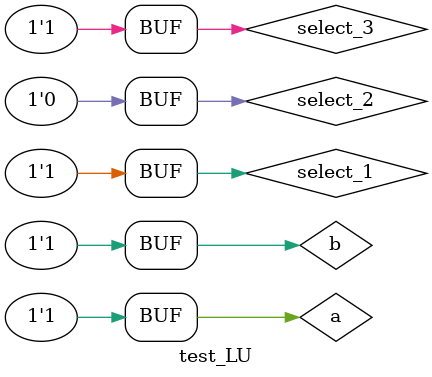
<source format=v>
module LU_1 ( output s, input a, b, select );

// descrever por portas
wire s0, s1;

or OR1(s0, a, b);
nor NOR1(s1, a, b);
mux MUX1(s, s0, s1, select);

endmodule // LU_1

module LU_2 ( output s, input a, b, select );

// descrever por portas
wire s0, s1;

and AND1(s0, a, b);
nand NAND1(s1, a, b);
mux MUX1(s, s0, s1, select);

endmodule // LU_2

module LU_3 ( output s, input a, b, select );

// descrever por portas
wire s0, s1;

or OR1(s0, a, b);
nor NOR1(s1, a, b);
mux MUX1(s, s0, s1, select);

endmodule // LU_3

module LU_4 ( output s, input a, b, select );

// descrever por portas
wire s0, s1;

not NOT1(s0, a);
not NOT2(s1, b);
mux MUX1(s, s0, s1, select);

endmodule // LU_2
// -------------------------
// multiplexer
// -------------------------
module mux ( output s,
 input a,
 input b,
 input select );
// definir dados locais
 wire not_select;
 wire sa;
 wire sb;
// descrever por portas
 not NOT1 ( not_select, select );
 and AND1 ( sa, a, not_select );
 and AND2 ( sb, b, select );
 or OR1 ( s , sa, sb );
endmodule // mux

module test_LU;
// ------------------------- definir dados
 reg a, b;
 reg select_1, select_2, select_3;
 wire s0, s1, s2, s3, s, sx, sy, sz, sw;
 
 LU_1 lu1 (s0, a, b, select_1);
 LU_2 lu2 (s1, a, b, select_1);
 LU_3 lu3 (s2, a, b, select_1);
 LU_4 lu4 (s3, a, b, select_1);

 mux MUX1(sx, s0, s1, select_2);

 mux MUX2(sy, s2, s3, select_2);

 mux MUX3(s, s2, s3, select_3);


 
 initial
    begin
    a = 0; b = 0; select_1 = 0; select_2 = 0; select_3 = 0;
    end

// ------------------------- parte principal
 initial
 begin : main
 $display("Exemplo_0705 -  Laura Iara Silva Santos Xavier - 734661");
 $display("Test LU's module");
 $display(" a b   x   s ");
 
 $monitor("%2b%2b  %1b%1b%1b%3b", a, b, select_3, select_2, select_1, s);
                                // 0 0 0
 #1 b = 1;
 #1 a = 1; b = 0;
 #1 b = 1;
 #1 a = 0; b = 0; select_1 = 1; // 0 0 1        
 #1 b = 1;
 #1 a = 1; b = 0;
 #1 b = 1;                      // 0 1 0
 #1 a = 0; b = 0; select_2 = 1; select_3 = 0; select_1 = 0; 
 #1 b = 1;
 #1 a = 1; b = 0;
 #1 b = 1;
 #1 a = 0; b = 0; select_1 = 1;  // 0 1 1
 #1 b = 1;
 #1 a = 1; b = 0;
 #1 b = 1;
 #1 a = 0; b = 0; select_1 = 0; select_2 = 0; select_3 = 1; // 1 0 0
 #1 b = 1;
 #1 a = 1; b = 0;
 #1 b = 1;
 #1 a = 0; b = 0; select_1 = 1;  // 1 0 1
 #1 b = 1;
 #1 a = 1; b = 0;
 #1 b = 1;                      // 1 1 0
 #1 a = 0; b = 0; select_1 = 0;
 #1 b = 1;
 #1 a = 1; b = 0;
 #1 b = 1;                      // 1 1 1
 #1 a = 0; b = 0; select_1 = 1;
 #1 b = 1;
 #1 a = 1; b = 0;
 #1 b = 1; 
 end
endmodule // test_LU
</source>
